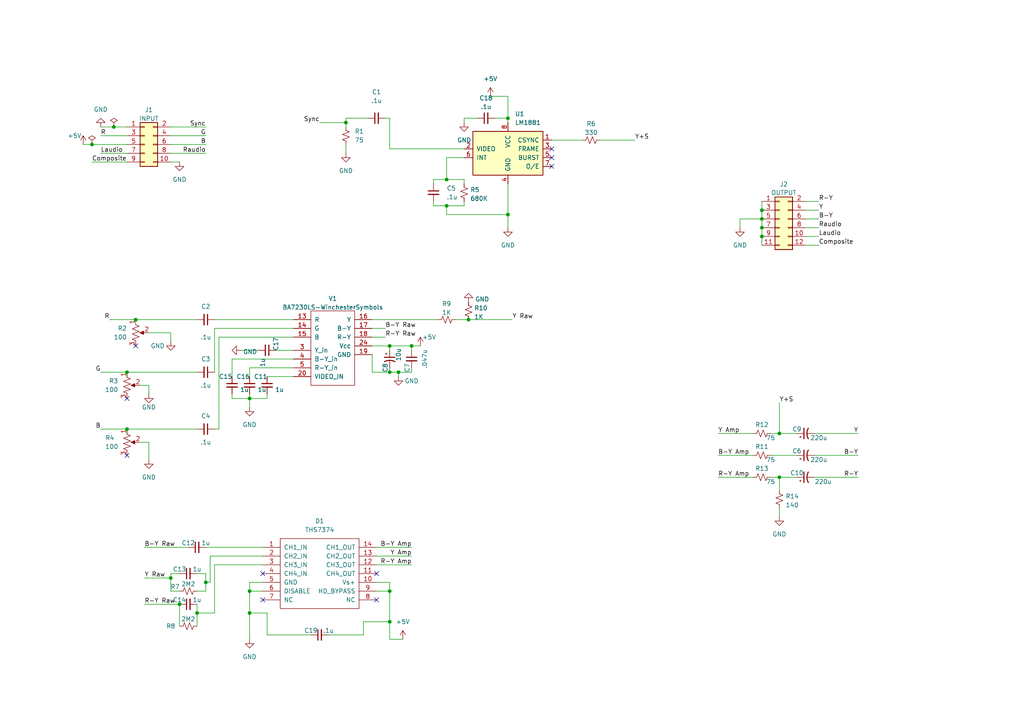
<source format=kicad_sch>
(kicad_sch (version 20230121) (generator eeschema)
  (paper "A4")
  (title_block (title "RGB to Component Transcoder") (rev "1.0") (company "Shalx"))
  (lib_symbols
    (symbol "Connector_Generic:Conn_02x05_Odd_Even" (pin_names (offset 1.016) hide)
      (property "Reference" "J" (at 1.27 7.62 0))
      (property "Value" "Conn_02x05_Odd_Even" (at 1.27 -7.62 0))
      (symbol "Conn_02x05_Odd_Even_1_1"
        (rectangle (start -1.27 -4.953) (end 0 -5.207) (stroke (width 0.1524)))
        (rectangle (start -1.27 -2.413) (end 0 -2.667) (stroke (width 0.1524)))
        (rectangle (start -1.27 0.127) (end 0 -0.127) (stroke (width 0.1524)))
        (rectangle (start -1.27 2.667) (end 0 2.413) (stroke (width 0.1524)))
        (rectangle (start -1.27 5.207) (end 0 4.953) (stroke (width 0.1524)))
        (rectangle (start -1.27 6.35) (end 3.81 -6.35) (stroke (width 0.254)) (fill (type background)))
        (rectangle (start 3.81 -4.953) (end 2.54 -5.207) (stroke (width 0.1524)))
        (rectangle (start 3.81 -2.413) (end 2.54 -2.667) (stroke (width 0.1524)))
        (rectangle (start 3.81 0.127) (end 2.54 -0.127) (stroke (width 0.1524)))
        (rectangle (start 3.81 2.667) (end 2.54 2.413) (stroke (width 0.1524)))
        (rectangle (start 3.81 5.207) (end 2.54 4.953) (stroke (width 0.1524)))
        (pin passive line (at -5.08 5.08 0) (length 3.81) (name "Pin_1") (number "1"))
        (pin passive line (at 7.62 -5.08 180) (length 3.81) (name "Pin_10") (number "10"))
        (pin passive line (at 7.62 5.08 180) (length 3.81) (name "Pin_2") (number "2"))
        (pin passive line (at -5.08 2.54 0) (length 3.81) (name "Pin_3") (number "3"))
        (pin passive line (at 7.62 2.54 180) (length 3.81) (name "Pin_4") (number "4"))
        (pin passive line (at -5.08 0 0) (length 3.81) (name "Pin_5") (number "5"))
        (pin passive line (at 7.62 0 180) (length 3.81) (name "Pin_6") (number "6"))
        (pin passive line (at -5.08 -2.54 0) (length 3.81) (name "Pin_7") (number "7"))
        (pin passive line (at 7.62 -2.54 180) (length 3.81) (name "Pin_8") (number "8"))
        (pin passive line (at -5.08 -5.08 0) (length 3.81) (name "Pin_9") (number "9"))
      )
    )
    (symbol "Connector_Generic:Conn_02x06_Odd_Even" (pin_names (offset 1.016) hide)
      (property "Reference" "J" (at 1.27 7.62 0))
      (property "Value" "Conn_02x06_Odd_Even" (at 1.27 -10.16 0))
      (symbol "Conn_02x06_Odd_Even_1_1"
        (rectangle (start -1.27 -7.493) (end 0 -7.747) (stroke (width 0.1524)))
        (rectangle (start -1.27 -4.953) (end 0 -5.207) (stroke (width 0.1524)))
        (rectangle (start -1.27 -2.413) (end 0 -2.667) (stroke (width 0.1524)))
        (rectangle (start -1.27 0.127) (end 0 -0.127) (stroke (width 0.1524)))
        (rectangle (start -1.27 2.667) (end 0 2.413) (stroke (width 0.1524)))
        (rectangle (start -1.27 5.207) (end 0 4.953) (stroke (width 0.1524)))
        (rectangle (start -1.27 6.35) (end 3.81 -8.89) (stroke (width 0.254)) (fill (type background)))
        (rectangle (start 3.81 -7.493) (end 2.54 -7.747) (stroke (width 0.1524)))
        (rectangle (start 3.81 -4.953) (end 2.54 -5.207) (stroke (width 0.1524)))
        (rectangle (start 3.81 -2.413) (end 2.54 -2.667) (stroke (width 0.1524)))
        (rectangle (start 3.81 0.127) (end 2.54 -0.127) (stroke (width 0.1524)))
        (rectangle (start 3.81 2.667) (end 2.54 2.413) (stroke (width 0.1524)))
        (rectangle (start 3.81 5.207) (end 2.54 4.953) (stroke (width 0.1524)))
        (pin passive line (at -5.08 5.08 0) (length 3.81) (name "Pin_1") (number "1"))
        (pin passive line (at 7.62 -5.08 180) (length 3.81) (name "Pin_10") (number "10"))
        (pin passive line (at -5.08 -7.62 0) (length 3.81) (name "Pin_11") (number "11"))
        (pin passive line (at 7.62 -7.62 180) (length 3.81) (name "Pin_12") (number "12"))
        (pin passive line (at 7.62 5.08 180) (length 3.81) (name "Pin_2") (number "2"))
        (pin passive line (at -5.08 2.54 0) (length 3.81) (name "Pin_3") (number "3"))
        (pin passive line (at 7.62 2.54 180) (length 3.81) (name "Pin_4") (number "4"))
        (pin passive line (at -5.08 0 0) (length 3.81) (name "Pin_5") (number "5"))
        (pin passive line (at 7.62 0 180) (length 3.81) (name "Pin_6") (number "6"))
        (pin passive line (at -5.08 -2.54 0) (length 3.81) (name "Pin_7") (number "7"))
        (pin passive line (at 7.62 -2.54 180) (length 3.81) (name "Pin_8") (number "8"))
        (pin passive line (at -5.08 -5.08 0) (length 3.81) (name "Pin_9") (number "9"))
      )
    )
    (symbol "Device:C_Polarized_Small_US" (pin_numbers hide) (pin_names (offset 0.254) hide)
      (property "Reference" "C" (at 0.254 1.778 0))
      (property "Value" "C_Polarized_Small_US" (at 0.254 -2.032 0))
      (symbol "C_Polarized_Small_US_0_1"
        (polyline (pts (xy -1.524 0.508) (xy 1.524 0.508)) (stroke (width 0.3048)))
        (polyline (pts (xy -1.27 1.524) (xy -0.762 1.524)))
        (polyline (pts (xy -1.016 1.27) (xy -1.016 1.778)))
        (arc (start 1.524 -0.762) (mid 0 -0.3734) (end -1.524 -0.762) (stroke (width 0.3048)))
      )
      (symbol "C_Polarized_Small_US_1_1"
        (pin passive line (at 0 2.54 270) (length 2.032) (name "~") (number "1"))
        (pin passive line (at 0 -2.54 90) (length 2.032) (name "~") (number "2"))
      )
    )
    (symbol "Device:C_Small" (pin_numbers hide) (pin_names (offset 0.254) hide)
      (property "Reference" "C" (at 0.254 1.778 0))
      (property "Value" "C_Small" (at 0.254 -2.032 0))
      (symbol "C_Small_0_1"
        (polyline (pts (xy -1.524 -0.508) (xy 1.524 -0.508)) (stroke (width 0.3302)))
        (polyline (pts (xy -1.524 0.508) (xy 1.524 0.508)) (stroke (width 0.3048)))
      )
      (symbol "C_Small_1_1"
        (pin passive line (at 0 2.54 270) (length 2.032) (name "~") (number "1"))
        (pin passive line (at 0 -2.54 90) (length 2.032) (name "~") (number "2"))
      )
    )
    (symbol "Device:R_Potentiometer_US" (pin_names (offset 1.016) hide)
      (property "Reference" "RV" (at -4.445 0 90))
      (property "Value" "R_Potentiometer_US" (at -2.54 0 90))
      (symbol "R_Potentiometer_US_0_1"
        (polyline (pts (xy 0 -2.286) (xy 0 -2.54)))
        (polyline (pts (xy 0 2.54) (xy 0 2.286)))
        (polyline (pts (xy 2.54 0) (xy 1.524 0)))
        (polyline (pts (xy 1.143 0) (xy 2.286 0.508) (xy 2.286 -0.508) (xy 1.143 0)) (fill (type outline)))
        (polyline (pts (xy 0 -0.762) (xy 1.016 -1.143) (xy 0 -1.524) (xy -1.016 -1.905) (xy 0 -2.286)))
        (polyline (pts (xy 0 0.762) (xy 1.016 0.381) (xy 0 0) (xy -1.016 -0.381) (xy 0 -0.762)))
        (polyline (pts (xy 0 2.286) (xy 1.016 1.905) (xy 0 1.524) (xy -1.016 1.143) (xy 0 0.762)))
      )
      (symbol "R_Potentiometer_US_1_1"
        (pin passive line (at 0 3.81 270) (length 1.27) (name "1") (number "1"))
        (pin passive line (at 3.81 0 180) (length 1.27) (name "2") (number "2"))
        (pin passive line (at 0 -3.81 90) (length 1.27) (name "3") (number "3"))
      )
    )
    (symbol "Device:R_Small_US" (pin_numbers hide) (pin_names (offset 0.254) hide)
      (property "Reference" "R" (at 0.762 0.508 0))
      (property "Value" "R_Small_US" (at 0.762 -1.016 0))
      (symbol "R_Small_US_1_1"
        (polyline (pts (xy 0 0) (xy 1.016 -0.381) (xy 0 -0.762) (xy -1.016 -1.143) (xy 0 -1.524)))
        (polyline (pts (xy 0 1.524) (xy 1.016 1.143) (xy 0 0.762) (xy -1.016 0.381) (xy 0 0)))
        (pin passive line (at 0 2.54 270) (length 1.016) (name "~") (number "1"))
        (pin passive line (at 0 -2.54 90) (length 1.016) (name "~") (number "2"))
      )
    )
    (symbol "Video:LM1881" (pin_names (offset 1.016))
      (property "Reference" "U" (at -8.89 8.89 0))
      (property "Value" "LM1881" (at 6.35 8.89 0))
      (symbol "LM1881_0_1"
        (rectangle (start -10.16 7.62) (end 10.16 -5.08) (stroke (width 0.254)) (fill (type background)))
      )
      (symbol "LM1881_1_1"
        (pin output line (at 12.7 5.08 180) (length 2.54) (name "CSYNC") (number "1"))
        (pin input line (at -12.7 2.54 0) (length 2.54) (name "VIDEO") (number "2"))
        (pin output line (at 12.7 2.54 180) (length 2.54) (name "FRAME") (number "3"))
        (pin power_in line (at 0 -7.62 90) (length 2.54) (name "GND") (number "4"))
        (pin output line (at 12.7 0 180) (length 2.54) (name "BURST") (number "5"))
        (pin input line (at -12.7 0 0) (length 2.54) (name "INT") (number "6"))
        (pin output line (at 12.7 -2.54 180) (length 2.54) (name "O/E") (number "7"))
        (pin power_in line (at 0 10.16 270) (length 2.54) (name "VCC") (number "8"))
      )
    )
    (symbol "WinchesterSymbols:BA7230LS-WinchesterSymbols" (pin_names (offset 1.016))
      (property "Reference" "V" (at 0 12.7 0))
      (property "Value" "BA7230LS-WinchesterSymbols" (at 0 10.16 0))
      (symbol "BA7230LS-WinchesterSymbols_0_1"
        (rectangle (start -6.35 8.89) (end 6.35 -12.7))
      )
      (symbol "BA7230LS-WinchesterSymbols_1_1"
        (pin input line (at -11.43 6.35 0) (length 5.08) (name "R") (number "13"))
        (pin input line (at -11.43 3.81 0) (length 5.08) (name "G") (number "14"))
        (pin input line (at -11.43 1.27 0) (length 5.08) (name "B") (number "15"))
        (pin input line (at 11.43 6.35 180) (length 5.08) (name "Y") (number "16"))
        (pin input line (at 11.43 3.81 180) (length 5.08) (name "B-Y") (number "17"))
        (pin input line (at 11.43 1.27 180) (length 5.08) (name "R-Y") (number "18"))
        (pin input line (at 11.43 -3.81 180) (length 5.08) (name "GND") (number "19"))
        (pin input line (at -11.43 -10.16 0) (length 5.08) (name "VIDEO_IN") (number "20"))
        (pin input line (at 11.43 -1.27 180) (length 5.08) (name "Vcc") (number "24"))
        (pin input line (at -11.43 -2.54 0) (length 5.08) (name "Y_in") (number "3"))
        (pin input line (at -11.43 -5.08 0) (length 5.08) (name "B-Y_in") (number "4"))
        (pin input line (at -11.43 -7.62 0) (length 5.08) (name "R-Y_in") (number "5"))
      )
    )
    (symbol "WinchesterSymbols:THS7374-Alex" (pin_names (offset 1.016))
      (property "Reference" "D" (at 0 10.16 0))
      (property "Value" "THS7374-Alex" (at 0 -12.7 0))
      (symbol "THS7374-Alex_0_1"
        (rectangle (start -10.16 8.89) (end 12.7 -11.43))
      )
      (symbol "THS7374-Alex_1_1"
        (pin input line (at -15.24 6.35 0) (length 5.08) (name "CH1_IN") (number "1"))
        (pin input line (at 17.78 -3.81 180) (length 5.08) (name "Vs+") (number "10"))
        (pin input line (at 17.78 -1.27 180) (length 5.08) (name "CH4_OUT") (number "11"))
        (pin input line (at 17.78 1.27 180) (length 5.08) (name "CH3_OUT") (number "12"))
        (pin input line (at 17.78 3.81 180) (length 5.08) (name "CH2_OUT") (number "13"))
        (pin input line (at 17.78 6.35 180) (length 5.08) (name "CH1_OUT") (number "14"))
        (pin input line (at -15.24 3.81 0) (length 5.08) (name "CH2_IN") (number "2"))
        (pin input line (at -15.24 1.27 0) (length 5.08) (name "CH3_IN") (number "3"))
        (pin input line (at -15.24 -1.27 0) (length 5.08) (name "CH4_IN") (number "4"))
        (pin input line (at -15.24 -3.81 0) (length 5.08) (name "GND") (number "5"))
        (pin input line (at -15.24 -6.35 0) (length 5.08) (name "DISABLE") (number "6"))
        (pin input line (at -15.24 -8.89 0) (length 5.08) (name "NC") (number "7"))
        (pin input line (at 17.78 -8.89 180) (length 5.08) (name "NC") (number "8"))
        (pin input line (at 17.78 -6.35 180) (length 5.08) (name "HD_BYPASS") (number "9"))
      )
    )
    (symbol "power:+5V" (power) (pin_names (offset 0))
      (property "Value" "+5V" (at 0 3.556 0))
      (symbol "+5V_0_1"
        (polyline (pts (xy -0.762 1.27) (xy 0 2.54)))
        (polyline (pts (xy 0 0) (xy 0 2.54)))
        (polyline (pts (xy 0 2.54) (xy 0.762 1.27)))
      )
      (symbol "+5V_1_1"
        (pin power_in line (at 0 0 90) (length 0) hide (name "+5V") (number "1"))
      )
    )
    (symbol "power:GND" (power) (pin_names (offset 0))
      (property "Value" "GND" (at 0 -3.81 0))
      (symbol "GND_0_1"
        (polyline (pts (xy 0 0) (xy 0 -1.27) (xy 1.27 -1.27) (xy 0 -2.54) (xy -1.27 -1.27) (xy 0 -1.27)))
      )
      (symbol "GND_1_1"
        (pin power_in line (at 0 0 270) (length 0) hide (name "GND") (number "1"))
      )
    )
    (symbol "power:PWR_FLAG" (power) (pin_numbers hide) (pin_names (offset 0) hide)
      (property "Value" "PWR_FLAG" (at 0 3.81 0))
      (symbol "PWR_FLAG_0_0"
        (pin power_out line (at 0 0 90) (length 0) (name "pwr") (number "1"))
      )
      (symbol "PWR_FLAG_0_1"
        (polyline (pts (xy 0 0) (xy 0 1.27) (xy -1.016 1.905) (xy 0 2.54) (xy 1.016 1.905) (xy 0 1.27)))
      )
    )
  )
  (junction (at 57.15 177.8))
  (junction (at 49.53 167.64))
  (junction (at 115.57 107.95))
  (junction (at 220.98 68.58))
  (junction (at 39.37 92.71))
  (junction (at 226.06 125.73))
  (junction (at 129.54 59.69))
  (junction (at 119.38 100.33))
  (junction (at 72.39 171.45))
  (junction (at 113.03 180.34))
  (junction (at 113.03 100.33))
  (junction (at 59.69 168.91))
  (junction (at 226.06 138.43))
  (junction (at 135.89 92.71))
  (junction (at 52.07 175.26))
  (junction (at 26.67 41.91))
  (junction (at 36.83 124.46))
  (junction (at 72.39 115.57))
  (junction (at 36.83 107.95))
  (junction (at 72.39 177.8))
  (junction (at 33.02 36.83))
  (junction (at 100.33 35.56))
  (junction (at 147.32 62.23))
  (junction (at 220.98 63.5))
  (junction (at 113.03 107.95))
  (junction (at 220.98 66.04))
  (junction (at 220.98 60.96))
  (junction (at 113.03 171.45))
  (junction (at 147.32 34.29))
  (junction (at 129.54 52.07))
  (no_connect (at 160.02 43.18))
  (no_connect (at 160.02 45.72))
  (no_connect (at 160.02 48.26))
  (no_connect (at 36.83 115.57))
  (no_connect (at 76.2 173.99))
  (no_connect (at 76.2 166.37))
  (no_connect (at 109.22 166.37))
  (no_connect (at 109.22 173.99))
  (no_connect (at 36.83 132.08))
  (no_connect (at 39.37 100.33))
  (wire (pts (xy 59.69 166.37) (xy 59.69 168.91)))
  (wire (pts (xy 142.24 27.94) (xy 147.32 27.94)))
  (wire (pts (xy 63.5 97.79) (xy 85.09 97.79)))
  (wire (pts (xy 236.22 125.73) (xy 248.92 125.73)))
  (wire (pts (xy 226.06 116.84) (xy 226.06 125.73)))
  (wire (pts (xy 173.99 40.64) (xy 184.15 40.64)))
  (wire (pts (xy 113.03 34.29) (xy 113.03 43.18)))
  (wire (pts (xy 208.28 125.73) (xy 218.44 125.73)))
  (wire (pts (xy 49.53 99.06) (xy 49.53 96.52)))
  (wire (pts (xy 36.83 107.95) (xy 36.83 109.22)))
  (wire (pts (xy 134.62 34.29) (xy 138.43 34.29)))
  (wire (pts (xy 72.39 171.45) (xy 72.39 177.8)))
  (wire (pts (xy 24.13 41.91) (xy 26.67 41.91)))
  (wire (pts (xy 77.47 115.57) (xy 72.39 115.57)))
  (wire (pts (xy 223.52 138.43) (xy 226.06 138.43)))
  (wire (pts (xy 80.01 101.6) (xy 85.09 101.6)))
  (wire (pts (xy 62.23 95.25) (xy 62.23 107.95)))
  (wire (pts (xy 43.18 114.3) (xy 43.18 111.76)))
  (wire (pts (xy 67.31 115.57) (xy 72.39 115.57)))
  (wire (pts (xy 113.03 171.45) (xy 113.03 180.34)))
  (wire (pts (xy 67.31 104.14) (xy 85.09 104.14)))
  (wire (pts (xy 77.47 177.8) (xy 72.39 177.8)))
  (wire (pts (xy 107.95 97.79) (xy 111.76 97.79)))
  (wire (pts (xy 72.39 114.3) (xy 72.39 115.57)))
  (wire (pts (xy 49.53 41.91) (xy 59.69 41.91)))
  (wire (pts (xy 76.2 161.29) (xy 60.96 161.29)))
  (wire (pts (xy 49.53 44.45) (xy 59.69 44.45)))
  (wire (pts (xy 62.23 124.46) (xy 63.5 124.46)))
  (wire (pts (xy 220.98 68.58) (xy 220.98 71.12)))
  (wire (pts (xy 214.63 63.5) (xy 214.63 66.04)))
  (wire (pts (xy 52.07 166.37) (xy 49.53 166.37)))
  (wire (pts (xy 57.15 175.26) (xy 57.15 177.8)))
  (wire (pts (xy 134.62 45.72) (xy 129.54 45.72)))
  (wire (pts (xy 115.57 107.95) (xy 119.38 107.95)))
  (wire (pts (xy 223.52 132.08) (xy 231.14 132.08)))
  (wire (pts (xy 57.15 177.8) (xy 62.23 177.8)))
  (wire (pts (xy 220.98 60.96) (xy 220.98 63.5)))
  (wire (pts (xy 72.39 106.68) (xy 72.39 109.22)))
  (wire (pts (xy 67.31 114.3) (xy 67.31 115.57)))
  (wire (pts (xy 113.03 106.68) (xy 113.03 107.95)))
  (wire (pts (xy 109.22 161.29) (xy 119.38 161.29)))
  (wire (pts (xy 43.18 133.35) (xy 43.18 128.27)))
  (wire (pts (xy 100.33 41.91) (xy 100.33 44.45)))
  (wire (pts (xy 62.23 95.25) (xy 85.09 95.25)))
  (wire (pts (xy 147.32 27.94) (xy 147.32 34.29)))
  (wire (pts (xy 72.39 171.45) (xy 72.39 168.91)))
  (wire (pts (xy 113.03 107.95) (xy 115.57 107.95)))
  (wire (pts (xy 77.47 109.22) (xy 85.09 109.22)))
  (wire (pts (xy 113.03 185.42) (xy 116.84 185.42)))
  (wire (pts (xy 109.22 158.75) (xy 119.38 158.75)))
  (wire (pts (xy 49.53 167.64) (xy 49.53 171.45)))
  (wire (pts (xy 125.73 58.42) (xy 125.73 59.69)))
  (wire (pts (xy 76.2 163.83) (xy 62.23 163.83)))
  (wire (pts (xy 109.22 168.91) (xy 113.03 168.91)))
  (wire (pts (xy 113.03 100.33) (xy 113.03 101.6)))
  (wire (pts (xy 36.83 124.46) (xy 57.15 124.46)))
  (wire (pts (xy 125.73 59.69) (xy 129.54 59.69)))
  (wire (pts (xy 129.54 45.72) (xy 129.54 52.07)))
  (wire (pts (xy 129.54 62.23) (xy 147.32 62.23)))
  (wire (pts (xy 69.85 101.6) (xy 74.93 101.6)))
  (wire (pts (xy 43.18 128.27) (xy 40.64 128.27)))
  (wire (pts (xy 220.98 63.5) (xy 220.98 66.04)))
  (wire (pts (xy 233.68 63.5) (xy 237.49 63.5)))
  (wire (pts (xy 233.68 71.12) (xy 237.49 71.12)))
  (wire (pts (xy 41.91 158.75) (xy 54.61 158.75)))
  (wire (pts (xy 39.37 92.71) (xy 39.37 93.98)))
  (wire (pts (xy 105.41 184.15) (xy 105.41 180.34)))
  (wire (pts (xy 59.69 158.75) (xy 76.2 158.75)))
  (wire (pts (xy 160.02 40.64) (xy 168.91 40.64)))
  (wire (pts (xy 226.06 125.73) (xy 231.14 125.73)))
  (wire (pts (xy 134.62 58.42) (xy 134.62 59.69)))
  (wire (pts (xy 115.57 107.95) (xy 115.57 109.22)))
  (wire (pts (xy 29.21 36.83) (xy 33.02 36.83)))
  (wire (pts (xy 59.69 171.45) (xy 59.69 168.91)))
  (wire (pts (xy 236.22 132.08) (xy 248.92 132.08)))
  (wire (pts (xy 49.53 166.37) (xy 49.53 167.64)))
  (wire (pts (xy 119.38 100.33) (xy 121.92 100.33)))
  (wire (pts (xy 233.68 68.58) (xy 237.49 68.58)))
  (wire (pts (xy 85.09 106.68) (xy 72.39 106.68)))
  (wire (pts (xy 62.23 163.83) (xy 62.23 177.8)))
  (wire (pts (xy 62.23 92.71) (xy 85.09 92.71)))
  (wire (pts (xy 60.96 161.29) (xy 60.96 168.91)))
  (wire (pts (xy 129.54 59.69) (xy 134.62 59.69)))
  (wire (pts (xy 129.54 52.07) (xy 134.62 52.07)))
  (wire (pts (xy 220.98 58.42) (xy 220.98 60.96)))
  (wire (pts (xy 31.75 92.71) (xy 39.37 92.71)))
  (wire (pts (xy 236.22 138.43) (xy 248.92 138.43)))
  (wire (pts (xy 143.51 34.29) (xy 147.32 34.29)))
  (wire (pts (xy 100.33 34.29) (xy 100.33 35.56)))
  (wire (pts (xy 100.33 35.56) (xy 100.33 36.83)))
  (wire (pts (xy 109.22 171.45) (xy 113.03 171.45)))
  (wire (pts (xy 226.06 138.43) (xy 231.14 138.43)))
  (wire (pts (xy 29.21 44.45) (xy 36.83 44.45)))
  (wire (pts (xy 72.39 177.8) (xy 72.39 185.42)))
  (wire (pts (xy 39.37 92.71) (xy 57.15 92.71)))
  (wire (pts (xy 29.21 39.37) (xy 36.83 39.37)))
  (wire (pts (xy 43.18 111.76) (xy 40.64 111.76)))
  (wire (pts (xy 52.07 171.45) (xy 49.53 171.45)))
  (wire (pts (xy 29.21 124.46) (xy 36.83 124.46)))
  (wire (pts (xy 49.53 46.99) (xy 52.07 46.99)))
  (wire (pts (xy 113.03 180.34) (xy 113.03 185.42)))
  (wire (pts (xy 147.32 62.23) (xy 147.32 66.04)))
  (wire (pts (xy 49.53 36.83) (xy 59.69 36.83)))
  (wire (pts (xy 134.62 52.07) (xy 134.62 53.34)))
  (wire (pts (xy 77.47 114.3) (xy 77.47 115.57)))
  (wire (pts (xy 57.15 171.45) (xy 59.69 171.45)))
  (wire (pts (xy 107.95 107.95) (xy 113.03 107.95)))
  (wire (pts (xy 119.38 100.33) (xy 113.03 100.33)))
  (wire (pts (xy 125.73 52.07) (xy 125.73 53.34)))
  (wire (pts (xy 72.39 115.57) (xy 72.39 118.11)))
  (wire (pts (xy 52.07 175.26) (xy 52.07 181.61)))
  (wire (pts (xy 107.95 92.71) (xy 127 92.71)))
  (wire (pts (xy 92.71 35.56) (xy 100.33 35.56)))
  (wire (pts (xy 113.03 168.91) (xy 113.03 171.45)))
  (wire (pts (xy 134.62 34.29) (xy 134.62 35.56)))
  (wire (pts (xy 36.83 107.95) (xy 57.15 107.95)))
  (wire (pts (xy 76.2 171.45) (xy 72.39 171.45)))
  (wire (pts (xy 233.68 66.04) (xy 237.49 66.04)))
  (wire (pts (xy 67.31 109.22) (xy 67.31 104.14)))
  (wire (pts (xy 49.53 39.37) (xy 59.69 39.37)))
  (wire (pts (xy 100.33 34.29) (xy 106.68 34.29)))
  (wire (pts (xy 208.28 132.08) (xy 218.44 132.08)))
  (wire (pts (xy 233.68 58.42) (xy 237.49 58.42)))
  (wire (pts (xy 119.38 100.33) (xy 119.38 101.6)))
  (wire (pts (xy 233.68 60.96) (xy 237.49 60.96)))
  (wire (pts (xy 26.67 41.91) (xy 36.83 41.91)))
  (wire (pts (xy 41.91 167.64) (xy 49.53 167.64)))
  (wire (pts (xy 107.95 95.25) (xy 111.76 95.25)))
  (wire (pts (xy 135.89 92.71) (xy 148.59 92.71)))
  (wire (pts (xy 60.96 168.91) (xy 59.69 168.91)))
  (wire (pts (xy 125.73 52.07) (xy 129.54 52.07)))
  (wire (pts (xy 129.54 59.69) (xy 129.54 62.23)))
  (wire (pts (xy 214.63 63.5) (xy 220.98 63.5)))
  (wire (pts (xy 132.08 92.71) (xy 135.89 92.71)))
  (wire (pts (xy 107.95 100.33) (xy 113.03 100.33)))
  (wire (pts (xy 63.5 97.79) (xy 63.5 124.46)))
  (wire (pts (xy 111.76 34.29) (xy 113.03 34.29)))
  (wire (pts (xy 33.02 36.83) (xy 36.83 36.83)))
  (wire (pts (xy 223.52 125.73) (xy 226.06 125.73)))
  (wire (pts (xy 43.18 96.52) (xy 49.53 96.52)))
  (wire (pts (xy 90.17 184.15) (xy 77.47 184.15)))
  (wire (pts (xy 147.32 34.29) (xy 147.32 35.56)))
  (wire (pts (xy 41.91 175.26) (xy 52.07 175.26)))
  (wire (pts (xy 26.67 46.99) (xy 36.83 46.99)))
  (wire (pts (xy 72.39 168.91) (xy 76.2 168.91)))
  (wire (pts (xy 57.15 166.37) (xy 59.69 166.37)))
  (wire (pts (xy 113.03 43.18) (xy 134.62 43.18)))
  (wire (pts (xy 119.38 106.68) (xy 119.38 107.95)))
  (wire (pts (xy 220.98 66.04) (xy 220.98 68.58)))
  (wire (pts (xy 107.95 102.87) (xy 107.95 107.95)))
  (wire (pts (xy 147.32 53.34) (xy 147.32 62.23)))
  (wire (pts (xy 226.06 147.32) (xy 226.06 149.86)))
  (wire (pts (xy 109.22 163.83) (xy 119.38 163.83)))
  (wire (pts (xy 77.47 184.15) (xy 77.47 177.8)))
  (wire (pts (xy 29.21 107.95) (xy 36.83 107.95)))
  (wire (pts (xy 105.41 180.34) (xy 113.03 180.34)))
  (wire (pts (xy 36.83 124.46) (xy 36.83 125.73)))
  (wire (pts (xy 57.15 177.8) (xy 57.15 181.61)))
  (wire (pts (xy 226.06 138.43) (xy 226.06 142.24)))
  (wire (pts (xy 208.28 138.43) (xy 218.44 138.43)))
  (wire (pts (xy 95.25 184.15) (xy 105.41 184.15)))
  (label "Laudio" (at 29.21 44.45 0))
  (label "Laudio" (at 237.49 68.58 0))
  (label "R" (at 31.75 92.71 180))
  (label "R-Y Raw" (at 111.76 97.79 0))
  (label "Composite" (at 26.67 46.99 0))
  (label "Sync" (at 92.71 35.56 180))
  (label "Raudio" (at 237.49 66.04 0))
  (label "B-Y" (at 248.92 132.08 180))
  (label "Sync" (at 59.69 36.83 180))
  (label "Y+S" (at 184.15 40.64 0))
  (label "R-Y" (at 248.92 138.43 180))
  (label "B-Y" (at 237.49 63.5 0))
  (label "Y Raw" (at 41.91 167.64 0))
  (label "Y" (at 248.92 125.73 180))
  (label "B" (at 29.21 124.46 180))
  (label "Y Amp" (at 208.28 125.73 0))
  (label "G" (at 59.69 39.37 180))
  (label "Raudio" (at 59.69 44.45 180))
  (label "Y Amp" (at 119.38 161.29 180))
  (label "R" (at 29.21 39.37 0))
  (label "R-Y" (at 237.49 58.42 0))
  (label "R-Y Raw" (at 41.91 175.26 0))
  (label "R-Y Amp" (at 119.38 163.83 180))
  (label "B-Y Amp" (at 208.28 132.08 0))
  (label "B-Y Amp" (at 119.38 158.75 180))
  (label "G" (at 29.21 107.95 180))
  (label "R-Y Amp" (at 208.28 138.43 0))
  (label "B" (at 59.69 41.91 180))
  (label "Y" (at 237.49 60.96 0))
  (label "B-Y Raw" (at 111.76 95.25 0))
  (label "Y Raw" (at 148.59 92.71 0))
  (label "B-Y Raw" (at 41.91 158.75 0))
  (label "Composite" (at 237.49 71.12 0))
  (label "Y+S" (at 226.06 116.84 0))
  (symbol (lib_id "Device:C_Polarized_Small_US") (at 113.03 104.14 0) (unit 1)
    (property "Reference" "C8" (at 111.76 106.68 90))
    (property "Value" "10u" (at 115.57 102.87 90))
    (property "Footprint" "Capacitor_THT:CP_Radial_D4.0mm_P1.50mm" (effects hide))
  )
  (symbol (lib_id "Device:C_Polarized_Small_US") (at 233.68 132.08 90) (unit 1)
    (property "Reference" "C6" (at 231.14 130.81 90))
    (property "Value" "220u" (at 237.49 133.35 90))
    (property "Footprint" "Capacitor_THT:CP_Radial_D4.0mm_P1.50mm" (effects hide))
  )
  (symbol (lib_id "power:+5V") (at 142.24 27.94 0) (unit 1)
    (property "Reference" "#PWR0101" (effects hide))
    (property "Value" "+5V" (at 142.24 22.86 0))
  )
  (symbol (lib_id "Device:C_Small") (at 140.97 34.29 90) (unit 1)
    (property "Reference" "C18" (at 140.97 28.4312 90))
    (property "Value" ".1u" (at 140.97 30.9681 90))
    (property "Footprint" "Capacitor_THT:C_Disc_D3.0mm_W1.6mm_P2.50mm" (effects hide))
  )
  (symbol (lib_id "Device:C_Small") (at 59.69 124.46 270) (unit 1)
    (property "Reference" "C4" (at 59.69 120.65 90))
    (property "Value" ".1u" (at 59.69 128.27 90))
    (property "Footprint" "Capacitor_THT:C_Disc_D3.0mm_W1.6mm_P2.50mm" (effects hide))
  )
  (symbol (lib_id "Device:C_Small") (at 77.47 111.76 0) (unit 1)
    (property "Reference" "C11" (at 73.66 109.22 0) (effects (justify left)))
    (property "Value" "1u" (at 79.7814 113.0304 0) (effects (justify left)))
    (property "Footprint" "Capacitor_THT:C_Disc_D3.0mm_W1.6mm_P2.50mm" (effects hide))
  )
  (symbol (lib_id "power:GND") (at 100.33 44.45 0) (unit 1)
    (property "Reference" "#PWR0103" (effects hide))
    (property "Value" "GND" (at 100.33 49.53 0))
  )
  (symbol (lib_id "Device:R_Small_US") (at 54.61 171.45 90) (unit 1)
    (property "Reference" "R7" (at 50.8 170.18 90))
    (property "Value" "2M2" (at 54.61 169.3981 90))
    (property "Footprint" "Resistor_THT:R_Axial_DIN0204_L3.6mm_D1.6mm_P2.54mm_Vertical" (effects hide))
  )
  (symbol (lib_id "Device:R_Small_US") (at 54.61 181.61 90) (unit 1)
    (property "Reference" "R8" (at 49.53 181.61 90))
    (property "Value" "2M2" (at 54.61 179.5581 90))
    (property "Footprint" "Resistor_THT:R_Axial_DIN0204_L3.6mm_D1.6mm_P2.54mm_Vertical" (effects hide))
  )
  (symbol (lib_id "power:GND") (at 52.07 46.99 0) (unit 1)
    (property "Reference" "#PWR0110" (effects hide))
    (property "Value" "GND" (at 52.07 52.07 0))
  )
  (symbol (lib_id "power:GND") (at 147.32 66.04 0) (unit 1)
    (property "Reference" "#PWR0104" (effects hide))
    (property "Value" "GND" (at 147.32 71.12 0))
  )
  (symbol (lib_id "Device:R_Small_US") (at 134.62 55.88 180) (unit 1)
    (property "Reference" "R5" (at 136.398 55.0453 0) (effects (justify right)))
    (property "Value" "680K" (at 136.398 57.5822 0) (effects (justify right)))
    (property "Footprint" "Resistor_THT:R_Axial_DIN0204_L3.6mm_D1.6mm_P2.54mm_Vertical" (effects hide))
  )
  (symbol (lib_id "Device:R_Small_US") (at 129.54 92.71 90) (unit 1)
    (property "Reference" "R9" (at 129.54 88.1212 90))
    (property "Value" "1K" (at 129.54 90.6581 90))
    (property "Footprint" "Resistor_THT:R_Axial_DIN0204_L3.6mm_D1.6mm_P2.54mm_Vertical" (effects hide))
  )
  (symbol (lib_id "Device:C_Small") (at 72.39 111.76 0) (unit 1)
    (property "Reference" "C16" (at 68.58 109.22 0) (effects (justify left)))
    (property "Value" "1u" (at 74.7014 113.0304 0) (effects (justify left)))
    (property "Footprint" "Capacitor_THT:C_Disc_D3.0mm_W1.6mm_P2.50mm" (effects hide))
  )
  (symbol (lib_id "Device:C_Small") (at 67.31 111.76 0) (unit 1)
    (property "Reference" "C15" (at 63.5 109.22 0) (effects (justify left)))
    (property "Value" "1u" (at 69.6214 113.0304 0) (effects (justify left)))
    (property "Footprint" "Capacitor_THT:C_Disc_D3.0mm_W1.6mm_P2.50mm" (effects hide))
  )
  (symbol (lib_id "Device:C_Small") (at 109.22 34.29 90) (unit 1)
    (property "Reference" "C1" (at 109.22 26.67 90))
    (property "Value" ".1u" (at 109.22 29.21 90))
    (property "Footprint" "Capacitor_THT:C_Disc_D3.0mm_W1.6mm_P2.50mm" (effects hide))
  )
  (symbol (lib_id "power:GND") (at 134.62 35.56 0) (unit 1)
    (property "Reference" "#PWR09" (effects hide))
    (property "Value" "GND" (at 134.62 40.64 0))
  )
  (symbol (lib_id "Device:R_Small_US") (at 100.33 39.37 0) (unit 1)
    (property "Reference" "R1" (at 102.87 38.0999 0) (effects (justify left)))
    (property "Value" "75" (at 102.87 40.6399 0) (effects (justify left)))
    (property "Footprint" "Resistor_THT:R_Axial_DIN0204_L3.6mm_D1.6mm_P2.54mm_Vertical" (effects hide))
  )
  (symbol (lib_id "Device:C_Small") (at 59.69 107.95 270) (unit 1)
    (property "Reference" "C3" (at 59.69 104.14 90))
    (property "Value" ".1u" (at 59.69 111.76 90))
    (property "Footprint" "Capacitor_THT:C_Disc_D3.0mm_W1.6mm_P2.50mm" (effects hide))
  )
  (symbol (lib_id "power:GND") (at 69.85 101.6 270) (unit 1)
    (property "Reference" "#PWR08" (effects hide))
    (property "Value" "GND" (at 70.485 102.0338 90) (effects (justify left)))
  )
  (symbol (lib_id "Device:R_Small_US") (at 226.06 144.78 180) (unit 1)
    (property "Reference" "R14" (at 227.838 143.9453 0) (effects (justify right)))
    (property "Value" "140" (at 227.838 146.4822 0) (effects (justify right)))
    (property "Footprint" "Resistor_THT:R_Axial_DIN0204_L3.6mm_D1.6mm_P2.54mm_Vertical" (effects hide))
  )
  (symbol (lib_id "Device:C_Polarized_Small_US") (at 233.68 138.43 90) (unit 1)
    (property "Reference" "C10" (at 231.14 137.16 90))
    (property "Value" "220u" (at 238.76 139.7 90))
    (property "Footprint" "Capacitor_THT:CP_Radial_D4.0mm_P1.50mm" (effects hide))
  )
  (symbol (lib_id "power:GND") (at 43.18 133.35 0) (unit 1)
    (property "Reference" "#PWR011" (effects hide))
    (property "Value" "GND" (at 43.18 138.43 0))
  )
  (symbol (lib_id "Device:C_Small") (at 77.47 101.6 270) (unit 1)
    (property "Reference" "C17" (at 80.01 97.79 0) (effects (justify left)))
    (property "Value" "1u" (at 76.1996 103.9114 0) (effects (justify left)))
    (property "Footprint" "Capacitor_THT:C_Disc_D3.0mm_W1.6mm_P2.50mm" (effects hide))
  )
  (symbol (lib_id "Device:R_Small_US") (at 135.89 90.17 180) (unit 1)
    (property "Reference" "R10" (at 137.541 89.3353 0) (effects (justify right)))
    (property "Value" "1K" (at 137.541 91.8722 0) (effects (justify right)))
    (property "Footprint" "Resistor_THT:R_Axial_DIN0204_L3.6mm_D1.6mm_P2.54mm_Vertical" (effects hide))
  )
  (symbol (lib_id "Device:C_Small") (at 54.61 175.26 90) (unit 1)
    (property "Reference" "C14" (at 52.07 173.99 90))
    (property "Value" "1u" (at 57.15 173.99 90))
    (property "Footprint" "Capacitor_THT:C_Disc_D3.0mm_W1.6mm_P2.50mm" (effects hide))
  )
  (symbol (lib_id "Device:C_Polarized_Small_US") (at 233.68 125.73 90) (unit 1)
    (property "Reference" "C9" (at 231.14 124.46 90))
    (property "Value" "220u" (at 237.49 127 90))
    (property "Footprint" "Capacitor_THT:CP_Radial_D4.0mm_P1.50mm" (effects hide))
  )
  (symbol (lib_id "Device:C_Small") (at 92.71 184.15 90) (unit 1)
    (property "Reference" "C19" (at 90.17 182.88 90))
    (property "Value" ".1u" (at 95.25 182.88 90))
    (property "Footprint" "Resistor_THT:R_Axial_DIN0204_L3.6mm_D1.6mm_P2.54mm_Vertical" (effects hide))
  )
  (symbol (lib_id "Connector_Generic:Conn_02x05_Odd_Even") (at 41.91 41.91 0) (unit 1)
    (property "Reference" "J1" (at 43.18 31.8602 0))
    (property "Value" "INPUT" (at 43.18 34.3971 0))
    (property "Footprint" "Connector_PinHeader_2.54mm:PinHeader_2x05_P2.54mm_Vertical" (effects hide))
  )
  (symbol (lib_id "Device:C_Small") (at 59.69 92.71 270) (unit 1)
    (property "Reference" "C2" (at 59.69 88.9 90))
    (property "Value" ".1u" (at 59.69 97.79 90))
    (property "Footprint" "Capacitor_THT:C_Disc_D3.0mm_W1.6mm_P2.50mm" (effects hide))
  )
  (symbol (lib_id "Device:R_Potentiometer_US") (at 39.37 96.52 0) (unit 1)
    (property "Reference" "R2" (at 36.83 95.25 0) (effects (justify right)))
    (property "Value" "100" (at 36.83 97.79 0) (effects (justify right)))
    (property "Footprint" "Resistor_THT:R_Axial_DIN0204_L3.6mm_D1.6mm_P2.54mm_Vertical" (effects hide))
  )
  (symbol (lib_id "Device:R_Small_US") (at 220.98 132.08 90) (unit 1)
    (property "Reference" "R11" (at 220.98 129.54 90))
    (property "Value" "75" (at 223.52 133.35 90))
    (property "Footprint" "Resistor_THT:R_Axial_DIN0204_L3.6mm_D1.6mm_P2.54mm_Vertical" (effects hide))
  )
  (symbol (lib_id "Video:LM1881") (at 147.32 45.72 0) (unit 1)
    (property "Reference" "U1" (at 149.3394 33.02 0) (effects (justify left)))
    (property "Value" "LM1881" (at 149.3394 35.56 0) (effects (justify left)))
    (property "Footprint" "Package_SO:SO-8_3.9x4.9mm_P1.27mm" (effects hide))
  )
  (symbol (lib_id "power:GND") (at 72.39 118.11 0) (unit 1)
    (property "Reference" "#PWR01" (effects hide))
    (property "Value" "GND" (at 72.39 123.19 0))
  )
  (symbol (lib_id "WinchesterSymbols:BA7230LS-WinchesterSymbols") (at 96.52 99.06 0) (unit 1)
    (property "Reference" "V1" (at 96.52 86.5972 0))
    (property "Value" "BA7230LS-WinchesterSymbols" (at 96.52 89.1341 0))
    (property "Footprint" "Library:ZIP-24" (effects hide))
  )
  (symbol (lib_id "Connector_Generic:Conn_02x06_Odd_Even") (at 226.06 63.5 0) (unit 1)
    (property "Reference" "J2" (at 227.33 53.4502 0))
    (property "Value" "OUTPUT" (at 227.33 55.88 0))
    (property "Footprint" "Connector_PinHeader_2.54mm:PinHeader_2x06_P2.54mm_Vertical" (effects hide))
  )
  (symbol (lib_id "power:GND") (at 226.06 149.86 0) (unit 1)
    (property "Reference" "#PWR05" (effects hide))
    (property "Value" "GND" (at 226.06 154.94 0))
  )
  (symbol (lib_id "Device:C_Small") (at 54.61 166.37 90) (unit 1)
    (property "Reference" "C13" (at 52.07 165.1 90))
    (property "Value" "1u" (at 57.15 165.1 90))
    (property "Footprint" "Capacitor_THT:C_Disc_D3.0mm_W1.6mm_P2.50mm" (effects hide))
  )
  (symbol (lib_id "power:GND") (at 135.89 87.63 180) (unit 1)
    (property "Reference" "#PWR010" (effects hide))
    (property "Value" "GND" (at 137.795 86.7938 0) (effects (justify right)))
  )
  (symbol (lib_id "power:GND") (at 29.21 36.83 180) (unit 1)
    (property "Reference" "#PWR014" (effects hide))
    (property "Value" "GND" (at 29.21 31.75 0))
  )
  (symbol (lib_id "Device:C_Small") (at 125.73 55.88 0) (unit 1)
    (property "Reference" "C5" (at 129.54 54.6099 0) (effects (justify left)))
    (property "Value" ".1u" (at 129.54 57.1499 0) (effects (justify left)))
    (property "Footprint" "Capacitor_THT:C_Disc_D3.0mm_W1.6mm_P2.50mm" (effects hide))
  )
  (symbol (lib_id "power:+5V") (at 121.92 100.33 0) (unit 1)
    (property "Reference" "#PWR07" (effects hide))
    (property "Value" "+5V" (at 124.46 97.79 0))
  )
  (symbol (lib_id "Device:R_Potentiometer_US") (at 36.83 128.27 0) (unit 1)
    (property "Reference" "R4" (at 30.48 127 0) (effects (justify left)))
    (property "Value" "100" (at 30.48 129.54 0) (effects (justify left)))
    (property "Footprint" "Resistor_THT:R_Axial_DIN0204_L3.6mm_D1.6mm_P2.54mm_Vertical" (effects hide))
  )
  (symbol (lib_id "power:PWR_FLAG") (at 33.02 36.83 0) (unit 1)
    (property "Reference" "#FLG01" (effects hide))
    (property "Value" "PWR_FLAG" (effects hide))
  )
  (symbol (lib_id "power:GND") (at 214.63 66.04 0) (unit 1)
    (property "Reference" "#PWR03" (effects hide))
    (property "Value" "GND" (at 214.63 71.12 0))
  )
  (symbol (lib_id "Device:R_Small_US") (at 220.98 125.73 270) (unit 1)
    (property "Reference" "R12" (at 220.98 123.19 90))
    (property "Value" "75" (at 223.52 127 90))
    (property "Footprint" "Resistor_THT:R_Axial_DIN0204_L3.6mm_D1.6mm_P2.54mm_Vertical" (effects hide))
  )
  (symbol (lib_id "WinchesterSymbols:THS7374-Alex") (at 91.44 165.1 0) (unit 1)
    (property "Reference" "D1" (at 92.71 151.13 0))
    (property "Value" "THS7374" (at 92.71 153.67 0))
    (property "Footprint" "Package_SO:TSSOP-14_4.4x5mm_P0.65mm" (effects hide))
  )
  (symbol (lib_id "Device:R_Small_US") (at 171.45 40.64 90) (unit 1)
    (property "Reference" "R6" (at 171.45 35.9242 90))
    (property "Value" "330" (at 171.45 38.4611 90))
    (property "Footprint" "Resistor_THT:R_Axial_DIN0204_L3.6mm_D1.6mm_P2.54mm_Vertical" (effects hide))
  )
  (symbol (lib_id "power:+5V") (at 116.84 185.42 0) (unit 1)
    (property "Reference" "#PWR04" (effects hide))
    (property "Value" "+5V" (at 116.84 180.34 0))
  )
  (symbol (lib_id "power:GND") (at 49.53 99.06 0) (unit 1)
    (property "Reference" "#PWR013" (effects hide))
    (property "Value" "GND" (at 45.72 100.33 0))
  )
  (symbol (lib_id "power:GND") (at 43.18 114.3 0) (unit 1)
    (property "Reference" "#PWR012" (effects hide))
    (property "Value" "GND" (at 43.18 118.11 0))
  )
  (symbol (lib_id "Device:R_Potentiometer_US") (at 36.83 111.76 0) (unit 1)
    (property "Reference" "R3" (at 34.29 110.49 0) (effects (justify right)))
    (property "Value" "100" (at 34.29 113.03 0) (effects (justify right)))
    (property "Footprint" "Resistor_THT:R_Axial_DIN0204_L3.6mm_D1.6mm_P2.54mm_Vertical" (effects hide))
  )
  (symbol (lib_id "Device:C_Small") (at 119.38 104.14 0) (unit 1)
    (property "Reference" "C7" (at 118.11 106.68 90))
    (property "Value" ".047u" (at 123.19 104.14 90))
    (property "Footprint" "Capacitor_THT:C_Disc_D3.0mm_W1.6mm_P2.50mm" (effects hide))
  )
  (symbol (lib_id "power:GND") (at 115.57 109.22 0) (unit 1)
    (property "Reference" "#PWR06" (effects hide))
    (property "Value" "GND" (at 119.38 110.49 0))
  )
  (symbol (lib_id "power:PWR_FLAG") (at 26.67 41.91 0) (unit 1)
    (property "Reference" "#FLG02" (effects hide))
    (property "Value" "PWR_FLAG" (effects hide))
  )
  (symbol (lib_id "Device:C_Small") (at 57.15 158.75 90) (unit 1)
    (property "Reference" "C12" (at 54.61 157.48 90))
    (property "Value" "1u" (at 59.69 157.48 90))
    (property "Footprint" "Capacitor_THT:C_Disc_D3.0mm_W1.6mm_P2.50mm" (effects hide))
  )
  (symbol (lib_id "Device:R_Small_US") (at 220.98 138.43 90) (unit 1)
    (property "Reference" "R13" (at 220.98 135.89 90))
    (property "Value" "75" (at 223.52 139.7 90))
    (property "Footprint" "Resistor_THT:R_Axial_DIN0204_L3.6mm_D1.6mm_P2.54mm_Vertical" (effects hide))
  )
  (symbol (lib_id "power:+5V") (at 24.13 41.91 0) (unit 1)
    (property "Reference" "#PWR0108" (effects hide))
    (property "Value" "+5V" (at 21.59 39.37 0))
  )
  (symbol (lib_id "power:GND") (at 72.39 185.42 0) (unit 1)
    (property "Reference" "#PWR02" (effects hide))
    (property "Value" "GND" (at 72.39 190.5 0))
  )
)
</source>
